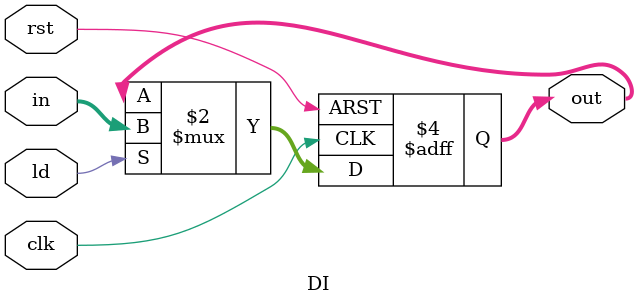
<source format=v>
module DI (clk, rst, ld, in, out);

  input clk, rst, ld;
  input[4:0] in;
  output reg[4:0] out;

  always @ ( posedge clk, posedge rst ) begin
    out <= out;
    if (rst) begin
      out <= 5'b0;
    end
    else begin
      if (ld) begin
        out <= in;
      end
    end
  end

endmodule // DI

</source>
